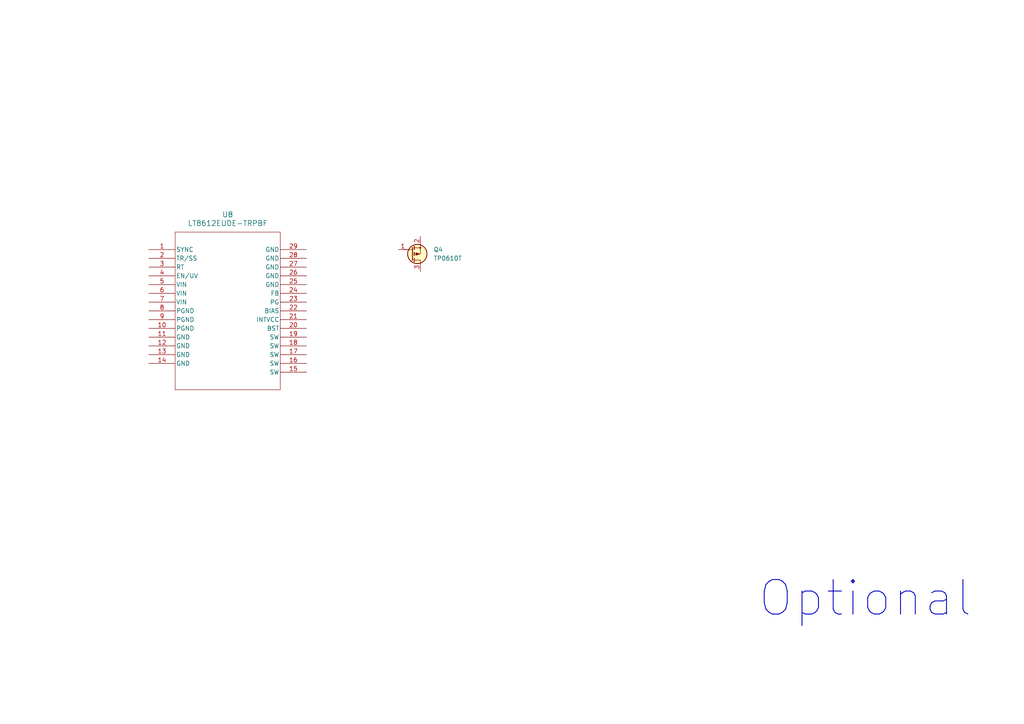
<source format=kicad_sch>
(kicad_sch
	(version 20250114)
	(generator "eeschema")
	(generator_version "9.0")
	(uuid "d34f69af-7512-4283-85c4-a3b20b0d71da")
	(paper "A4")
	(title_block
		(title "Davinci Demon Supply")
		(date "2025-08-24")
		(rev "B")
		(company "Quantum Designs")
		(comment 1 "Optional Pre Tracking Regulator")
	)
	(lib_symbols
		(symbol "PCM_Transistor_MOSFET_AKL:TP0610T"
			(pin_names
				(hide yes)
			)
			(exclude_from_sim no)
			(in_bom yes)
			(on_board yes)
			(property "Reference" "Q"
				(at 5.08 1.27 0)
				(effects
					(font
						(size 1.27 1.27)
					)
					(justify left)
				)
			)
			(property "Value" "TP0610T"
				(at 5.08 -1.27 0)
				(effects
					(font
						(size 1.27 1.27)
					)
					(justify left)
				)
			)
			(property "Footprint" "PCM_Package_TO_SOT_SMD_AKL:SOT-23"
				(at 5.08 -2.54 0)
				(effects
					(font
						(size 1.27 1.27)
					)
					(hide yes)
				)
			)
			(property "Datasheet" "https://www.tme.eu/Document/d4a061ae54c5f5fc4b4dad15f68d526c/TP0610T-G.pdf"
				(at 0 0 0)
				(effects
					(font
						(size 1.27 1.27)
					)
					(hide yes)
				)
			)
			(property "Description" "SOT-23 P-MOSFET enchancement mode transistor, 60V, 120mA, 360mW, Alternate KiCAD Library"
				(at 0 0 0)
				(effects
					(font
						(size 1.27 1.27)
					)
					(hide yes)
				)
			)
			(property "ki_keywords" "enchancement mosfet pmosfet p-mosfet pmos p-mos emos emosfet TP0610T"
				(at 0 0 0)
				(effects
					(font
						(size 1.27 1.27)
					)
					(hide yes)
				)
			)
			(symbol "TP0610T_0_1"
				(polyline
					(pts
						(xy 0.254 1.27) (xy -2.54 1.27)
					)
					(stroke
						(width 0)
						(type default)
					)
					(fill
						(type none)
					)
				)
				(polyline
					(pts
						(xy 0.254 -1.905) (xy 0.254 1.905)
					)
					(stroke
						(width 0.254)
						(type default)
					)
					(fill
						(type none)
					)
				)
				(polyline
					(pts
						(xy 0.762 1.778) (xy 2.54 1.778)
					)
					(stroke
						(width 0)
						(type default)
					)
					(fill
						(type none)
					)
				)
				(polyline
					(pts
						(xy 0.762 1.27) (xy 0.762 2.286)
					)
					(stroke
						(width 0.254)
						(type default)
					)
					(fill
						(type none)
					)
				)
				(polyline
					(pts
						(xy 0.762 -0.508) (xy 0.762 0.508)
					)
					(stroke
						(width 0.254)
						(type default)
					)
					(fill
						(type none)
					)
				)
				(polyline
					(pts
						(xy 0.762 -1.778) (xy 2.54 -1.778)
					)
					(stroke
						(width 0)
						(type default)
					)
					(fill
						(type none)
					)
				)
				(polyline
					(pts
						(xy 0.762 -2.286) (xy 0.762 -1.27)
					)
					(stroke
						(width 0.254)
						(type default)
					)
					(fill
						(type none)
					)
				)
				(polyline
					(pts
						(xy 2.286 0) (xy 1.27 -0.381) (xy 1.27 0.381) (xy 2.286 0)
					)
					(stroke
						(width 0)
						(type default)
					)
					(fill
						(type outline)
					)
				)
				(polyline
					(pts
						(xy 2.54 2.54) (xy 2.54 0) (xy 0.762 0)
					)
					(stroke
						(width 0)
						(type default)
					)
					(fill
						(type none)
					)
				)
				(polyline
					(pts
						(xy 2.54 -2.54) (xy 2.54 -1.778)
					)
					(stroke
						(width 0)
						(type default)
					)
					(fill
						(type none)
					)
				)
			)
			(symbol "TP0610T_1_1"
				(circle
					(center 1.651 0)
					(radius 2.794)
					(stroke
						(width 0.254)
						(type default)
					)
					(fill
						(type background)
					)
				)
				(circle
					(center 2.54 1.778)
					(radius 0.1778)
					(stroke
						(width 0)
						(type default)
					)
					(fill
						(type outline)
					)
				)
				(pin input line
					(at -3.81 1.27 0)
					(length 2.54)
					(name "G"
						(effects
							(font
								(size 1.27 1.27)
							)
						)
					)
					(number "1"
						(effects
							(font
								(size 1.27 1.27)
							)
						)
					)
				)
				(pin passive line
					(at 2.54 5.08 270)
					(length 2.54)
					(name "S"
						(effects
							(font
								(size 1.27 1.27)
							)
						)
					)
					(number "2"
						(effects
							(font
								(size 1.27 1.27)
							)
						)
					)
				)
				(pin passive line
					(at 2.54 -5.08 90)
					(length 2.54)
					(name "D"
						(effects
							(font
								(size 1.27 1.27)
							)
						)
					)
					(number "3"
						(effects
							(font
								(size 1.27 1.27)
							)
						)
					)
				)
			)
			(embedded_fonts no)
		)
		(symbol "SV Library:LT8612EUDE-TRPBF"
			(pin_names
				(offset 0.254)
			)
			(exclude_from_sim no)
			(in_bom yes)
			(on_board yes)
			(property "Reference" "U"
				(at 22.86 10.16 0)
				(effects
					(font
						(size 1.524 1.524)
					)
				)
			)
			(property "Value" "LT8612EUDE-TRPBF"
				(at 22.86 7.62 0)
				(effects
					(font
						(size 1.524 1.524)
					)
				)
			)
			(property "Footprint" "QFN-28_UDE_LTI"
				(at 0 0 0)
				(effects
					(font
						(size 1.27 1.27)
						(italic yes)
					)
					(hide yes)
				)
			)
			(property "Datasheet" "https://www.analog.com/media/en/technical-documentation/data-sheets/lt8612.pdf"
				(at 0 0 0)
				(effects
					(font
						(size 1.27 1.27)
						(italic yes)
					)
					(hide yes)
				)
			)
			(property "Description" ""
				(at 0 0 0)
				(effects
					(font
						(size 1.27 1.27)
					)
					(hide yes)
				)
			)
			(property "ki_locked" ""
				(at 0 0 0)
				(effects
					(font
						(size 1.27 1.27)
					)
				)
			)
			(property "ki_keywords" "LT8612EUDE#TRPBF"
				(at 0 0 0)
				(effects
					(font
						(size 1.27 1.27)
					)
					(hide yes)
				)
			)
			(property "ki_fp_filters" "QFN-28_UDE_LTI QFN-28_UDE_LTI-M QFN-28_UDE_LTI-L"
				(at 0 0 0)
				(effects
					(font
						(size 1.27 1.27)
					)
					(hide yes)
				)
			)
			(symbol "LT8612EUDE-TRPBF_0_1"
				(polyline
					(pts
						(xy 7.62 5.08) (xy 7.62 -40.64)
					)
					(stroke
						(width 0.127)
						(type default)
					)
					(fill
						(type none)
					)
				)
				(polyline
					(pts
						(xy 7.62 -40.64) (xy 38.1 -40.64)
					)
					(stroke
						(width 0.127)
						(type default)
					)
					(fill
						(type none)
					)
				)
				(polyline
					(pts
						(xy 38.1 5.08) (xy 7.62 5.08)
					)
					(stroke
						(width 0.127)
						(type default)
					)
					(fill
						(type none)
					)
				)
				(polyline
					(pts
						(xy 38.1 -40.64) (xy 38.1 5.08)
					)
					(stroke
						(width 0.127)
						(type default)
					)
					(fill
						(type none)
					)
				)
				(pin input line
					(at 0 0 0)
					(length 7.62)
					(name "SYNC"
						(effects
							(font
								(size 1.27 1.27)
							)
						)
					)
					(number "1"
						(effects
							(font
								(size 1.27 1.27)
							)
						)
					)
				)
				(pin output line
					(at 0 -2.54 0)
					(length 7.62)
					(name "TR/SS"
						(effects
							(font
								(size 1.27 1.27)
							)
						)
					)
					(number "2"
						(effects
							(font
								(size 1.27 1.27)
							)
						)
					)
				)
				(pin unspecified line
					(at 0 -5.08 0)
					(length 7.62)
					(name "RT"
						(effects
							(font
								(size 1.27 1.27)
							)
						)
					)
					(number "3"
						(effects
							(font
								(size 1.27 1.27)
							)
						)
					)
				)
				(pin unspecified line
					(at 0 -7.62 0)
					(length 7.62)
					(name "EN/UV"
						(effects
							(font
								(size 1.27 1.27)
							)
						)
					)
					(number "4"
						(effects
							(font
								(size 1.27 1.27)
							)
						)
					)
				)
				(pin input line
					(at 0 -10.16 0)
					(length 7.62)
					(name "VIN"
						(effects
							(font
								(size 1.27 1.27)
							)
						)
					)
					(number "5"
						(effects
							(font
								(size 1.27 1.27)
							)
						)
					)
				)
				(pin input line
					(at 0 -12.7 0)
					(length 7.62)
					(name "VIN"
						(effects
							(font
								(size 1.27 1.27)
							)
						)
					)
					(number "6"
						(effects
							(font
								(size 1.27 1.27)
							)
						)
					)
				)
				(pin input line
					(at 0 -15.24 0)
					(length 7.62)
					(name "VIN"
						(effects
							(font
								(size 1.27 1.27)
							)
						)
					)
					(number "7"
						(effects
							(font
								(size 1.27 1.27)
							)
						)
					)
				)
				(pin power_in line
					(at 0 -17.78 0)
					(length 7.62)
					(name "PGND"
						(effects
							(font
								(size 1.27 1.27)
							)
						)
					)
					(number "8"
						(effects
							(font
								(size 1.27 1.27)
							)
						)
					)
				)
				(pin power_in line
					(at 0 -20.32 0)
					(length 7.62)
					(name "PGND"
						(effects
							(font
								(size 1.27 1.27)
							)
						)
					)
					(number "9"
						(effects
							(font
								(size 1.27 1.27)
							)
						)
					)
				)
				(pin power_in line
					(at 0 -22.86 0)
					(length 7.62)
					(name "PGND"
						(effects
							(font
								(size 1.27 1.27)
							)
						)
					)
					(number "10"
						(effects
							(font
								(size 1.27 1.27)
							)
						)
					)
				)
				(pin power_in line
					(at 0 -25.4 0)
					(length 7.62)
					(name "GND"
						(effects
							(font
								(size 1.27 1.27)
							)
						)
					)
					(number "11"
						(effects
							(font
								(size 1.27 1.27)
							)
						)
					)
				)
				(pin power_in line
					(at 0 -27.94 0)
					(length 7.62)
					(name "GND"
						(effects
							(font
								(size 1.27 1.27)
							)
						)
					)
					(number "12"
						(effects
							(font
								(size 1.27 1.27)
							)
						)
					)
				)
				(pin power_in line
					(at 0 -30.48 0)
					(length 7.62)
					(name "GND"
						(effects
							(font
								(size 1.27 1.27)
							)
						)
					)
					(number "13"
						(effects
							(font
								(size 1.27 1.27)
							)
						)
					)
				)
				(pin power_in line
					(at 0 -33.02 0)
					(length 7.62)
					(name "GND"
						(effects
							(font
								(size 1.27 1.27)
							)
						)
					)
					(number "14"
						(effects
							(font
								(size 1.27 1.27)
							)
						)
					)
				)
				(pin power_in line
					(at 45.72 0 180)
					(length 7.62)
					(name "GND"
						(effects
							(font
								(size 1.27 1.27)
							)
						)
					)
					(number "29"
						(effects
							(font
								(size 1.27 1.27)
							)
						)
					)
				)
				(pin power_in line
					(at 45.72 -2.54 180)
					(length 7.62)
					(name "GND"
						(effects
							(font
								(size 1.27 1.27)
							)
						)
					)
					(number "28"
						(effects
							(font
								(size 1.27 1.27)
							)
						)
					)
				)
				(pin power_in line
					(at 45.72 -5.08 180)
					(length 7.62)
					(name "GND"
						(effects
							(font
								(size 1.27 1.27)
							)
						)
					)
					(number "27"
						(effects
							(font
								(size 1.27 1.27)
							)
						)
					)
				)
				(pin power_in line
					(at 45.72 -7.62 180)
					(length 7.62)
					(name "GND"
						(effects
							(font
								(size 1.27 1.27)
							)
						)
					)
					(number "26"
						(effects
							(font
								(size 1.27 1.27)
							)
						)
					)
				)
				(pin power_in line
					(at 45.72 -10.16 180)
					(length 7.62)
					(name "GND"
						(effects
							(font
								(size 1.27 1.27)
							)
						)
					)
					(number "25"
						(effects
							(font
								(size 1.27 1.27)
							)
						)
					)
				)
				(pin unspecified line
					(at 45.72 -12.7 180)
					(length 7.62)
					(name "FB"
						(effects
							(font
								(size 1.27 1.27)
							)
						)
					)
					(number "24"
						(effects
							(font
								(size 1.27 1.27)
							)
						)
					)
				)
				(pin output line
					(at 45.72 -15.24 180)
					(length 7.62)
					(name "PG"
						(effects
							(font
								(size 1.27 1.27)
							)
						)
					)
					(number "23"
						(effects
							(font
								(size 1.27 1.27)
							)
						)
					)
				)
				(pin output line
					(at 45.72 -17.78 180)
					(length 7.62)
					(name "BIAS"
						(effects
							(font
								(size 1.27 1.27)
							)
						)
					)
					(number "22"
						(effects
							(font
								(size 1.27 1.27)
							)
						)
					)
				)
				(pin unspecified line
					(at 45.72 -20.32 180)
					(length 7.62)
					(name "INTVCC"
						(effects
							(font
								(size 1.27 1.27)
							)
						)
					)
					(number "21"
						(effects
							(font
								(size 1.27 1.27)
							)
						)
					)
				)
				(pin input line
					(at 45.72 -22.86 180)
					(length 7.62)
					(name "BST"
						(effects
							(font
								(size 1.27 1.27)
							)
						)
					)
					(number "20"
						(effects
							(font
								(size 1.27 1.27)
							)
						)
					)
				)
				(pin output line
					(at 45.72 -25.4 180)
					(length 7.62)
					(name "SW"
						(effects
							(font
								(size 1.27 1.27)
							)
						)
					)
					(number "19"
						(effects
							(font
								(size 1.27 1.27)
							)
						)
					)
				)
				(pin output line
					(at 45.72 -27.94 180)
					(length 7.62)
					(name "SW"
						(effects
							(font
								(size 1.27 1.27)
							)
						)
					)
					(number "18"
						(effects
							(font
								(size 1.27 1.27)
							)
						)
					)
				)
				(pin output line
					(at 45.72 -30.48 180)
					(length 7.62)
					(name "SW"
						(effects
							(font
								(size 1.27 1.27)
							)
						)
					)
					(number "17"
						(effects
							(font
								(size 1.27 1.27)
							)
						)
					)
				)
				(pin output line
					(at 45.72 -33.02 180)
					(length 7.62)
					(name "SW"
						(effects
							(font
								(size 1.27 1.27)
							)
						)
					)
					(number "16"
						(effects
							(font
								(size 1.27 1.27)
							)
						)
					)
				)
				(pin output line
					(at 45.72 -35.56 180)
					(length 7.62)
					(name "SW"
						(effects
							(font
								(size 1.27 1.27)
							)
						)
					)
					(number "15"
						(effects
							(font
								(size 1.27 1.27)
							)
						)
					)
				)
			)
			(embedded_fonts no)
		)
	)
	(text "Optional"
		(exclude_from_sim no)
		(at 250.952 173.736 0)
		(effects
			(font
				(size 10 10)
				(thickness 0.254)
				(bold yes)
			)
		)
		(uuid "77a3611c-a518-499c-91a4-7ee56c107058")
	)
	(symbol
		(lib_id "SV Library:LT8612EUDE-TRPBF")
		(at 43.18 72.39 0)
		(unit 1)
		(exclude_from_sim no)
		(in_bom yes)
		(on_board yes)
		(dnp no)
		(fields_autoplaced yes)
		(uuid "7201bda9-cbc2-45ec-8c63-5c7433c2baff")
		(property "Reference" "U8"
			(at 66.04 62.23 0)
			(effects
				(font
					(size 1.524 1.524)
				)
			)
		)
		(property "Value" "LT8612EUDE-TRPBF"
			(at 66.04 64.77 0)
			(effects
				(font
					(size 1.524 1.524)
				)
			)
		)
		(property "Footprint" "SV LIB:QFN-28_UDE_LTI"
			(at 43.18 72.39 0)
			(effects
				(font
					(size 1.27 1.27)
					(italic yes)
				)
				(hide yes)
			)
		)
		(property "Datasheet" "https://www.analog.com/media/en/technical-documentation/data-sheets/lt8612.pdf"
			(at 43.18 72.39 0)
			(effects
				(font
					(size 1.27 1.27)
					(italic yes)
				)
				(hide yes)
			)
		)
		(property "Description" ""
			(at 43.18 72.39 0)
			(effects
				(font
					(size 1.27 1.27)
				)
				(hide yes)
			)
		)
		(pin "16"
			(uuid "c5b60122-22fe-40eb-bb7a-4ad8985b6d33")
		)
		(pin "15"
			(uuid "bdef8ef5-89fa-447f-97d5-c4bfe2cc6084")
		)
		(pin "3"
			(uuid "ee3f5001-1660-4919-89b6-a7aa4536edb7")
		)
		(pin "4"
			(uuid "b21aeeec-9da0-4dc5-a754-9a72414c4a44")
		)
		(pin "5"
			(uuid "1334a089-e31b-4155-8a6c-96727ce836eb")
		)
		(pin "2"
			(uuid "524aece9-bb50-48a3-9bee-49874c86687d")
		)
		(pin "10"
			(uuid "110e0c5c-16de-489f-a0b4-bf23ec11b521")
		)
		(pin "1"
			(uuid "0d3f7803-ec97-4c5d-b83b-47a3d909741c")
		)
		(pin "7"
			(uuid "4222e5af-51d6-4081-90ae-bdbfdc64984a")
		)
		(pin "6"
			(uuid "4cde2a51-43d0-44e9-b196-d6ed2fbf8d46")
		)
		(pin "8"
			(uuid "ff0ec8ea-6515-448c-9018-87751bdb3c23")
		)
		(pin "9"
			(uuid "68a14b9f-59aa-4a3d-bb47-d2773d6eceb8")
		)
		(pin "12"
			(uuid "bea63b48-f849-4b5c-ab03-8ddf99024f17")
		)
		(pin "13"
			(uuid "06fbdd27-1219-4209-8401-f6a4df665b02")
		)
		(pin "14"
			(uuid "24881924-5b85-4374-982e-c4152e9a9e15")
		)
		(pin "28"
			(uuid "279413dd-a359-455b-9b19-e9d6c65dc8fa")
		)
		(pin "11"
			(uuid "8d4647e8-3932-41cc-bcca-107aade5a499")
		)
		(pin "27"
			(uuid "a3e852f6-b7b8-4ec0-8af4-fcffadc75dd9")
		)
		(pin "26"
			(uuid "39f82c8c-77aa-41b2-979f-55df80680f55")
		)
		(pin "24"
			(uuid "5cfa2a87-de8e-4a9f-adff-4aeff904e3c2")
		)
		(pin "29"
			(uuid "b325099a-c945-45a2-96d2-06cb1a72de24")
		)
		(pin "25"
			(uuid "94adb3e0-4441-4ea0-bbb0-d08a96ec241d")
		)
		(pin "23"
			(uuid "08815930-6d0b-4f9e-9639-96be2f18c4b4")
		)
		(pin "20"
			(uuid "556bf987-ff63-4e65-8a61-fc0a27a08b7c")
		)
		(pin "22"
			(uuid "b453ae9c-c29b-40c4-a421-8742bdfed625")
		)
		(pin "19"
			(uuid "987f5470-beeb-4f9d-9078-b58385342209")
		)
		(pin "21"
			(uuid "d00c930d-f856-420c-aa1c-e6bc52698455")
		)
		(pin "18"
			(uuid "aade430b-4b61-45f6-a25f-5cec0624afb7")
		)
		(pin "17"
			(uuid "3ed00e5c-62d5-45d9-873c-4bd44c83a5f6")
		)
		(instances
			(project ""
				(path "/69492041-8f13-4802-8515-3d38ffab1457/9acfc02a-df02-4577-8a94-87f505eed101"
					(reference "U8")
					(unit 1)
				)
			)
		)
	)
	(symbol
		(lib_id "PCM_Transistor_MOSFET_AKL:TP0610T")
		(at 119.38 73.66 0)
		(unit 1)
		(exclude_from_sim no)
		(in_bom yes)
		(on_board yes)
		(dnp no)
		(uuid "ba48f9ce-e5fa-4677-ada6-7423b57eea7c")
		(property "Reference" "Q4"
			(at 125.73 72.3899 0)
			(effects
				(font
					(size 1.27 1.27)
				)
				(justify left)
			)
		)
		(property "Value" "TP0610T"
			(at 125.73 74.9299 0)
			(effects
				(font
					(size 1.27 1.27)
				)
				(justify left)
			)
		)
		(property "Footprint" "PCM_Package_TO_SOT_SMD_AKL:SOT-23"
			(at 124.46 76.2 0)
			(effects
				(font
					(size 1.27 1.27)
				)
				(hide yes)
			)
		)
		(property "Datasheet" "https://www.tme.eu/Document/d4a061ae54c5f5fc4b4dad15f68d526c/TP0610T-G.pdf"
			(at 119.38 73.66 0)
			(effects
				(font
					(size 1.27 1.27)
				)
				(hide yes)
			)
		)
		(property "Description" "SOT-23 P-MOSFET enchancement mode transistor, 60V, 120mA, 360mW, Alternate KiCAD Library"
			(at 119.38 73.66 0)
			(effects
				(font
					(size 1.27 1.27)
				)
				(hide yes)
			)
		)
		(pin "1"
			(uuid "f182f1aa-c349-4430-b7b1-73bacc7bfda8")
		)
		(pin "2"
			(uuid "98b1bb99-f90d-471d-8782-89ac3381f4aa")
		)
		(pin "3"
			(uuid "1928e366-2cf0-464d-a4c2-5e9f7218cff2")
		)
		(instances
			(project ""
				(path "/69492041-8f13-4802-8515-3d38ffab1457/9acfc02a-df02-4577-8a94-87f505eed101"
					(reference "Q4")
					(unit 1)
				)
			)
		)
	)
)

</source>
